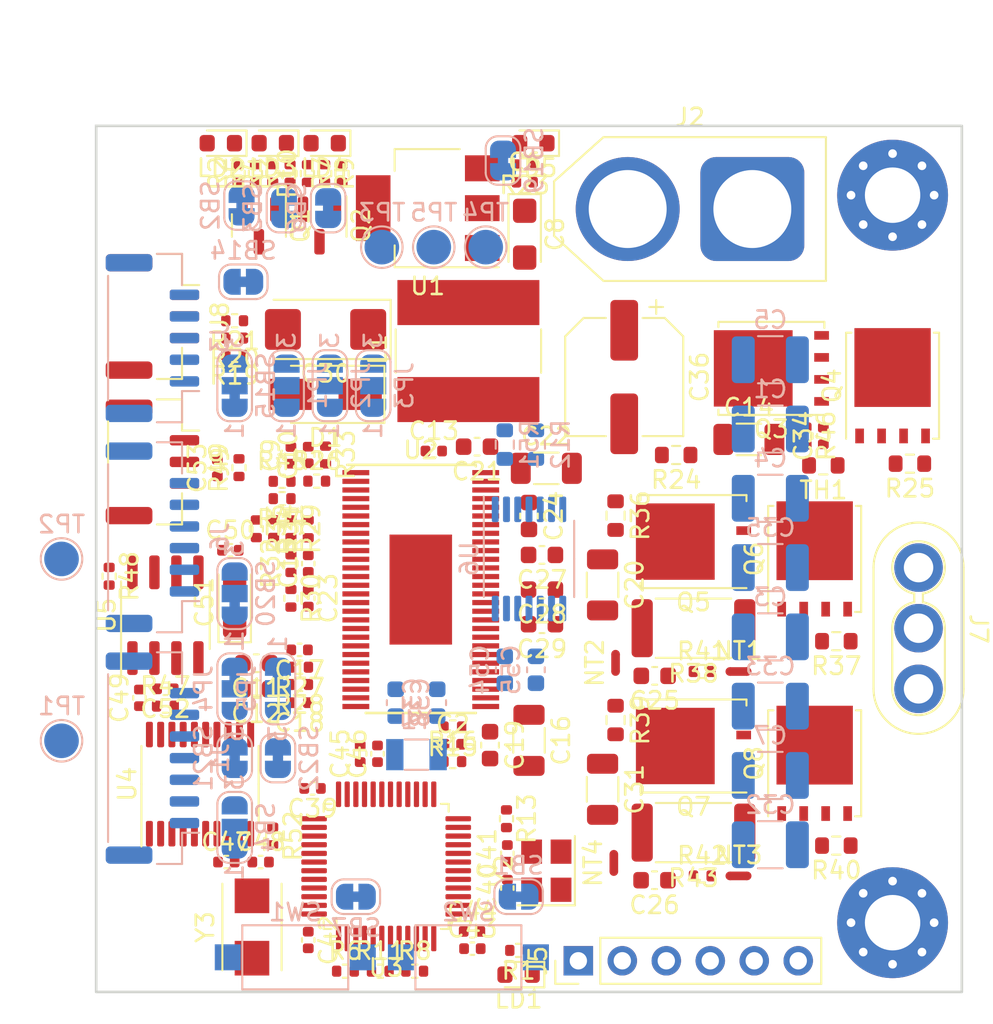
<source format=kicad_pcb>
(kicad_pcb (version 20211014) (generator pcbnew)
  (title_block (title "MoCo-S"))
  (layers (0 "F.Cu" signal) (1 "In1.Cu" signal) (2 "In2.Cu" signal) (31 "B.Cu" signal) (34 "B.Paste" user) (35 "F.Paste" user) (36 "B.SilkS" user "B.Silkscreen") (37 "F.SilkS" user "F.Silkscreen") (38 "B.Mask" user) (39 "F.Mask" user) (44 "Edge.Cuts" user))
  (net 0 "")
  (net 1 "GND")
  (net 2 "/MCU/Vdrive_SENSE")
  (net 3 "Net-(C9-Pad1)")
  (net 4 "+5V")
  (net 5 "VCC")
  (net 6 "Net-(C10-Pad1)")
  (net 7 "/MCU/CURR_SENSE_1")
  (net 8 "/MCU/CURR_SENSE_2")
  (net 9 "Net-(C13-Pad2)")
  (net 10 "Vdrive")
  (net 11 "Net-(C17-Pad1)")
  (net 12 "Net-(C23-Pad1)")
  (net 13 "GATE_VDD")
  (net 14 "Net-(C18-Pad1)")
  (net 15 "Net-(C24-Pad1)")
  (net 16 "Net-(C25-Pad1)")
  (net 17 "Net-(C23-Pad2)")
  (net 18 "Net-(C24-Pad2)")
  (net 19 "/Motor Driver/MOTOR_A")
  (net 20 "Net-(C26-Pad1)")
  (net 21 "/Motor Driver/MOTOR_B")
  (net 22 "Net-(C28-Pad2)")
  (net 23 "/Motor Driver/MOTOR_C")
  (net 24 "Net-(C29-Pad2)")
  (net 25 "Net-(C27-Pad2)")
  (net 26 "/MCU/TEMP_SENSE")
  (net 27 "Net-(C37-Pad2)")
  (net 28 "Net-(C38-Pad1)")
  (net 29 "Net-(C40-Pad2)")
  (net 30 "/MCU_~{RESET}")
  (net 31 "Net-(C41-Pad1)")
  (net 32 "Net-(C47-Pad2)")
  (net 33 "/CAN BUS/CAN_H")
  (net 34 "/CAN BUS/CAN_L")
  (net 35 "Net-(C48-Pad1)")
  (net 36 "/I2C_SCL")
  (net 37 "/I2C_SDA")
  (net 38 "Net-(J3-Pad1)")
  (net 39 "/Ext_ENC_A")
  (net 40 "/Ext_ENC_B")
  (net 41 "/ENC_A")
  (net 42 "/ENC_B")
  (net 43 "/Ext_ENC_I")
  (net 44 "/SWDIO")
  (net 45 "/SWCLK")
  (net 46 "Net-(J6-Pad1)")
  (net 47 "/SPI_CLK")
  (net 48 "/SPI_MOSI")
  (net 49 "/SPI_MISO")
  (net 50 "/GPIO_PB14")
  (net 51 "/OnBoard_ENC_A")
  (net 52 "/OnBoard_ENC_B")
  (net 53 "/OnBoard_ENC_I")
  (net 54 "/ENC_I")
  (net 55 "/CAN BUS/MCP_TX")
  (net 56 "/CAN BUS/CAN_TX_TRN")
  (net 57 "Net-(LD1-Pad2)")
  (net 58 "Net-(LD2-Pad2)")
  (net 59 "Net-(LD3-Pad2)")
  (net 60 "Net-(LD4-Pad2)")
  (net 61 "Net-(LD5-Pad2)")
  (net 62 "/CAN BUS/CNA_TX")
  (net 63 "/CAN BUS/MCP_RX")
  (net 64 "Net-(Q1-Pad1)")
  (net 65 "Net-(Q1-Pad3)")
  (net 66 "Net-(Q2-Pad1)")
  (net 67 "Net-(Q2-Pad3)")
  (net 68 "Net-(Q3-Pad4)")
  (net 69 "Net-(Q4-Pad4)")
  (net 70 "Net-(Q5-Pad4)")
  (net 71 "/Motor Driver/SL_B")
  (net 72 "Net-(Q6-Pad4)")
  (net 73 "Net-(Q7-Pad4)")
  (net 74 "/Motor Driver/SL_C")
  (net 75 "Net-(Q8-Pad4)")
  (net 76 "/CAN BUS/CAN_RX_TRN")
  (net 77 "/CAN BUS/CNA_RX")
  (net 78 "Net-(R1-Pad1)")
  (net 79 "Net-(R2-Pad1)")
  (net 80 "/MCU_BOOT0")
  (net 81 "Net-(LD5-Pad1)")
  (net 82 "/USART_TX")
  (net 83 "Net-(Q1-Pad2)")
  (net 84 "Net-(Q2-Pad2)")
  (net 85 "/USART_RX")
  (net 86 "/GPIO_PB0")
  (net 87 "/GPIO_PB1")
  (net 88 "Net-(R19-Pad1)")
  (net 89 "/GPIO_PB2")
  (net 90 "Net-(R27-Pad1)")
  (net 91 "Net-(R28-Pad1)")
  (net 92 "/Motor Driver/GH_A")
  (net 93 "/Motor Driver/GL_A")
  (net 94 "Net-(R32-Pad2)")
  (net 95 "/~{FAULT}")
  (net 96 "/EN_GATE")
  (net 97 "/~{OCTW}")
  (net 98 "Net-(R33-Pad2)")
  (net 99 "Net-(R34-Pad2)")
  (net 100 "Net-(R47-Pad2)")
  (net 101 "Net-(R48-Pad1)")
  (net 102 "/Motor Driver/PWRGD")
  (net 103 "/Motor Driver/GH_B")
  (net 104 "/Motor Driver/GL_B")
  (net 105 "/Motor Driver/GH_C")
  (net 106 "/Motor Driver/GL_C")
  (net 107 "/Motor Driver/V_SENSE")
  (net 108 "Net-(SB21-Pad2)")
  (net 109 "Net-(SB22-Pad1)")
  (net 110 "/GPIO_PB13")
  (net 111 "/MCU/PWM_AH")
  (net 112 "/MCU/PWM_AL")
  (net 113 "/MCU/PWM_BH")
  (net 114 "/MCU/PWM_BL")
  (net 115 "/MCU/PWM_CH")
  (net 116 "/MCU/PWM_CL")
  (net 125 "/Rotary Position Sensor/W{slash}PWM")
  (net 126 "/Rotary Position Sensor/V")
  (net 127 "/Rotary Position Sensor/U")
  (net 129 "/Motor Driver/SP1")
  (net 130 "/Motor Driver/SP2")
  (net 131 "/Motor Driver/SN1")
  (net 132 "/Motor Driver/SN2")
  (net 133 "Net-(J1-Pad1)")
  (net 134 "Net-(R11-Pad1)")
  (footprint "Capacitor_SMD:C_0402_1005Metric" (layer "F.Cu") (at 111.75 80.249999 180)
    (fp_text reference "C17")
    (fp_text value "1uF")
  )
  (footprint "Resistor_SMD:R_0402_1005Metric" (layer "F.Cu") (at 112.74 70.509999)
    (fp_text reference "R26")
    (fp_text value "47k")
  )
  (footprint "Crystal:Crystal_SMD_Qantek_QC5CB-2Pin_5x3.2mm" (layer "F.Cu") (at 109 96.25 90)
    (fp_text reference "Y3")
    (fp_text value "8MHz")
  )
  (footprint "Resistor_SMD:R_0603_1608Metric" (layer "F.Cu") (at 147 69.5 180)
    (fp_text reference "R25")
    (fp_text value "2.2R")
  )
  (footprint "Resistor_SMD:R_0402_1005Metric" (layer "F.Cu") (at 111.75 82.249999 180)
    (fp_text reference "R28")
    (fp_text value "22R")
  )
  (footprint "Capacitor_SMD:C_0402_1005Metric" (layer "F.Cu") (at 112.25 97 -90)
    (fp_text reference "C42")
    (fp_text value "100nF")
  )
  (footprint "Capacitor_SMD:C_0603_1608Metric" (layer "F.Cu") (at 122.75 85.749999 -90)
    (fp_text reference "C19")
    (fp_text value "100nF/50V")
  )
  (footprint "Capacitor_SMD:C_0402_1005Metric" (layer "F.Cu") (at 112.25 77.269999 -90)
    (fp_text reference "C23")
    (fp_text value "22nF")
  )
  (footprint "Capacitor_SMD:C_0402_1005Metric" (layer "F.Cu") (at 112.25 75.269999 90)
    (fp_text reference "C15")
    (fp_text value "2.2uF")
  )
  (footprint "Resistor_SMD:R_0402_1005Metric" (layer "F.Cu") (at 112.2 52.75 90)
    (fp_text reference "R10")
    (fp_text value "330R")
  )
  (footprint "Resistor_SMD:R_0402_1005Metric" (layer "F.Cu") (at 111.75 81.249999 180)
    (fp_text reference "R27")
    (fp_text value "22R")
  )
  (footprint "Capacitor_SMD:C_0402_1005Metric" (layer "F.Cu") (at 115.25 86.25 90)
    (fp_text reference "C45")
    (fp_text value "100nF")
  )
  (footprint "Resistor_SMD:R_2512_6332Metric" (layer "F.Cu") (at 134.5 79 180)
    (fp_text reference "R38")
    (fp_text value "0.5mΩ")
  )
  (footprint "Resistor_SMD:R_0603_1608Metric" (layer "F.Cu") (at 130 84.3 -90)
    (fp_text reference "R39")
    (fp_text value "2.2R")
  )
  (footprint "Resistor_SMD:R_0402_1005Metric" (layer "F.Cu") (at 104 83.5)
    (fp_text reference "R47")
    (fp_text value "10k")
  )
  (footprint "Capacitor_SMD:C_0402_1005Metric" (layer "F.Cu") (at 109.5 92.5)
    (fp_text reference "C48")
    (fp_text value "12pF")
  )
  (footprint "Package_TO_SOT_SMD:SOT-23" (layer "F.Cu") (at 109.4 55.75 -90)
    (fp_text reference "Q1")
    (fp_text value "AO3413")
  )
  (footprint "MountingHole:MountingHole_3.2mm_M3_Pad_Via" (layer "F.Cu") (at 146 53.999999)
    (fp_text reference "H1" hide)
    (fp_text value "MountingHole_Pad" hide)
  )
  (footprint "Connector_PinHeader_2.54mm:PinHeader_1x06_P2.54mm_Vertical" (layer "F.Cu") (at 127.85 98.2 90)
    (fp_text reference "J5")
    (fp_text value "Debug")
  )
  (footprint "Resistor_SMD:R_0402_1005Metric" (layer "F.Cu") (at 135 81.5)
    (fp_text reference "R41")
    (fp_text value "120R")
  )
  (footprint "Capacitor_SMD:C_0402_1005Metric" (layer "F.Cu") (at 123.75 92 90)
    (fp_text reference "C41")
    (fp_text value "12pF")
  )
  (footprint "Resistor_SMD:R_0603_1608Metric" (layer "F.Cu") (at 142.75 91.55 180)
    (fp_text reference "R40")
    (fp_text value "2.2R")
  )
  (footprint "Package_SO:SOIC-8_3.9x4.9mm_P1.27mm" (layer "F.Cu") (at 104 78.25 90)
    (fp_text reference "U5")
    (fp_text value "TJA1051T-3")
  )
  (footprint "Resistor_SMD:R_0402_1005Metric" (layer "F.Cu") (at 113.25 68.999999 -90)
    (fp_text reference "R33")
    (fp_text value "220k 1%")
  )
  (footprint "Capacitor_SMD:C_0402_1005Metric" (layer "F.Cu") (at 111.75 83.3 180)
    (fp_text reference "C18")
    (fp_text value "1uF")
  )
  (footprint "Resistor_SMD:R_0603_1608Metric" (layer "F.Cu") (at 133.5 69 180)
    (fp_text reference "R24")
    (fp_text value "2.2R")
  )
  (footprint "Capacitor_SMD:C_0603_1608Metric" (layer "F.Cu") (at 125 72.519999 -90)
    (fp_text reference "C24")
    (fp_text value "100nF/50V")
  )
  (footprint "LED_SMD:LED_0603_1608Metric" (layer "F.Cu") (at 113.2 51 180)
    (fp_text reference "LD4")
    (fp_text value "LED")
  )
  (footprint "LED_SMD:LED_0603_1608Metric" (layer "F.Cu") (at 125.25 51 180)
    (fp_text reference "LD5")
    (fp_text value "LED")
  )
  (footprint "Package_TO_SOT_SMD:TDSON-8-1" (layer "F.Cu") (at 134.5 74 180)
    (fp_text reference "Q5")
    (fp_text value "CSD18540Q5B")
  )
  (footprint "Capacitor_SMD:C_0603_1608Metric" (layer "F.Cu") (at 132.25 93.55 180)
    (fp_text reference "C26")
    (fp_text value "2.2nF")
  )
  (footprint "Capacitor_SMD:C_0402_1005Metric" (layer "F.Cu") (at 142 67.9 90)
    (fp_text reference "C34")
    (fp_text value "2.2uF")
  )
  (footprint "Package_SO:HTSSOP-56-1EP_6.1x14mm_P0.5mm_EP3.61x6.35mm" (layer "F.Cu") (at 118.75 76.769999)
    (fp_text reference "U2")
    (fp_text value "DRV8301")
  )
  (footprint "Resistor_SMD:R_0402_1005Metric" (layer "F.Cu") (at 110.2 52.75 90)
    (fp_text reference "R4")
    (fp_text value "10k")
  )
  (footprint "Diode_SMD:D_SMA" (layer "F.Cu") (at 113.25 65.499999 180)
    (fp_text reference "D1")
    (fp_text value "SS34")
  )
  (footprint "Capacitor_SMD:C_0402_1005Metric" (layer "F.Cu") (at 112.5 88.25 180)
    (fp_text reference "C39")
    (fp_text value "100nF")
  )
  (footprint "Capacitor_SMD:C_0402_1005Metric" (layer "F.Cu") (at 121.71 96.5)
    (fp_text reference "C44")
    (fp_text value "100nF")
  )
  (footprint "Resistor_SMD:R_0402_1005Metric" (layer "F.Cu") (at 110.74 71.519999 180)
    (fp_text reference "R44")
    (fp_text value "18k")
  )
  (footprint "Resistor_SMD:R_0402_1005Metric" (layer "F.Cu") (at 116.41 98.8)
    (fp_text reference "R11")
    (fp_text value "4.7k")
  )
  (footprint "Capacitor_SMD:C_0402_1005Metric" (layer "F.Cu") (at 104 82.5 180)
    (fp_text reference "C52")
    (fp_text value "100nF")
  )
  (footprint "Capacitor_SMD:C_1206_3216Metric" (layer "F.Cu") (at 125 85.474999 -90)
    (fp_text reference "C16")
    (fp_text value "4.7uF/50V")
  )
  (footprint "Capacitor_SMD:C_0402_1005Metric" (layer "F.Cu") (at 123.75 94 90)
    (fp_text reference "C40")
    (fp_text value "12pF")
  )
  (footprint "Resistor_SMD:R_0402_1005Metric" (layer "F.Cu") (at 111.25 73.259999 -90)
    (fp_text reference "R29")
    (fp_text value "10k")
  )
  (footprint "Package_TO_SOT_SMD:TDSON-8-1" (layer "F.Cu") (at 146 65 90)
    (fp_text reference "Q4")
    (fp_text value "CSD18540Q5B")
  )
  (footprint "Package_TO_SOT_SMD:SOT-23" (layer "F.Cu") (at 112.9 55.75 -90)
    (fp_text reference "Q2")
    (fp_text value "AO3413")
  )
  (footprint "Package_TO_SOT_SMD:TDSON-8-1" (layer "F.Cu") (at 139 64 180)
    (fp_text reference "Q3")
    (fp_text value "CSD18540Q5B")
  )
  (footprint "Resistor_SMD:R_0402_1005Metric" (layer "F.Cu") (at 113.2 52.75 -90)
    (fp_text reference "R9")
    (fp_text value "10k")
  )
  (footprint "Resistor_SMD:R_0402_1005Metric" (layer "F.Cu") (at 108 61.25 180)
    (fp_text reference "R21")
    (fp_text value "3.3k")
  )
  (footprint "NetTie:NetTie-2_SMD_Pad0.5mm" (layer "F.Cu") (at 130 81 90)
    (fp_text reference "NT2")
    (fp_text value "NetTie_2")
  )
  (footprint "Capacitor_Tantalum_SMD:CP_EIA-6032-28_Kemet-C" (layer "F.Cu") (at 113.25 61.749999 180)
    (fp_text reference "C30")
    (fp_text value "68uF")
  )
  (footprint "LED_SMD:LED_0603_1608Metric" (layer "F.Cu") (at 124.4 99 180)
    (fp_text reference "LD1")
    (fp_text value "LED")
  )
  (footprint "Resistor_SMD:R_0603_1608Metric" (layer "F.Cu") (at 142.75 79.75 180)
    (fp_text reference "R37")
    (fp_text value "2.2R")
  )
  (footprint "Resistor_SMD:R_0402_1005Metric" (layer "F.Cu") (at 124.4 97.6 180)
    (fp_text reference "R1")
    (fp_text value "1k")
  )
  (footprint "Capacitor_SMD:C_0603_1608Metric" (layer "F.Cu") (at 125.75 74.769999 180)
    (fp_text reference "C27")
    (fp_text value "100nF/50V")
  )
  (footprint "Package_TO_SOT_SMD:TDSON-8-1" (layer "F.Cu") (at 134.5 85.8 180)
    (fp_text reference "Q7")
    (fp_text value "CSD18540Q5B")
  )
  (footprint "Resistor_SMD:R_0402_1005Metric" (layer "F.Cu") (at 110.2 91 -90)
    (fp_text reference "R52")
    (fp_text value "10k")
  )
  (footprint "moco:AMASS MR30PB-F" (layer "F.Cu") (at 147.5 79 -90)
    (fp_text reference "J7")
    (fp_text value "Conn_01x03")
  )
  (footprint "Resistor_SMD:R_0603_1608Metric" (layer "F.Cu") (at 142 69.6 180)
    (fp_text reference "TH1")
    (fp_text value "NCP18XH103F03RB")
  )
  (footprint "NetTie:NetTie-2_SMD_Pad0.5mm" (layer "F.Cu") (at 137.1 81.5)
    (fp_text reference "NT1")
    (fp_text value "NetTie_2")
  )
  (footprint "Capacitor_SMD:C_0402_1005Metric" (layer "F.Cu") (at 102.5 83.02 90)
    (fp_text reference "C49")
    (fp_text value "100nF")
  )
  (footprint "Capacitor_SMD:C_0603_1608Metric" (layer "F.Cu") (at 125.75 76.769999 180)
    (fp_text reference "C28")
    (fp_text value "100nF/50V")
  )
  (footprint "Connector_JST:JST_GH_SM03B-GHS-TB_1x03-1MP_P1.25mm_Horizontal" (layer "F.Cu") (at 103.25 61 -90)
    (fp_text reference "J8")
    (fp_text value "Conn_02x02_Top_Bottom")
  )
  (footprint "Connector_JST:JST_GH_SM03B-GHS-TB_1x03-1MP_P1.25mm_Horizontal" (layer "F.Cu") (at 103.25 69.4 -90)
    (fp_text reference "J9")
    (fp_text value "Conn_02x02_Top_Bottom")
  )
  (footprint "Resistor_SMD:R_0402_1005Metric" (layer "F.Cu") (at 108 62.25 180)
    (fp_text reference "R20")
    (fp_text value "3.3k")
  )
  (footprint "Package_TO_SOT_SMD:TDSON-8-1" (layer "F.Cu") (at 141.5 75 90)
    (fp_text reference "Q6")
    (fp_text value "CSD18540Q5B")
  )
  (footprint "Resistor_SMD:R_0402_1005Metric" (layer "F.Cu") (at 114.4 98.8)
    (fp_text reference "R6")
    (fp_text value "4.7k")
  )
  (footprint "Resistor_SMD:R_0402_1005Metric" (layer "F.Cu") (at 141 67.9 -90)
    (fp_text reference "R46")
    (fp_text value "10k")
  )
  (footprint "Package_TO_SOT_SMD:TDSON-8-1" (layer "F.Cu") (at 141.5 86.8 90)
    (fp_text reference "Q8")
    (fp_text value "CSD18540Q5B")
  )
  (footprint "Capacitor_SMD:C_0402_1005Metric" (layer "F.Cu") (at 124.75 53.25)
    (fp_text reference "C6")
    (fp_text value "10uF")
  )
  (footprint "Capacitor_SMD:C_0603_1608Metric" (layer "F.Cu") (at 109.25 82.519999 180)
    (fp_text reference "C12")
    (fp_text value "2.2nF")
  )
  (footprint "Capacitor_SMD:CP_Elec_6.3x7.7" (layer "F.Cu") (at 130.5 64.5 -90)
    (fp_text reference "C36")
    (fp_text value "47uF/50V")
  )
  (footprint "Resistor_SMD:R_0402_1005Metric" (layer "F.Cu") (at 123.7 90 -90)
    (fp_text reference "R13")
    (fp_text value "10k")
  )
  (footprint "Resistor_SMD:R_0402_1005Metric" (layer "F.Cu") (at 120.6 86.7)
    (fp_text reference "R16")
    (fp_text value "680R")
  )
  (footprint "Capacitor_Tantalum_SMD:CP_EIA-3216-18_Kemet-A" (layer "F.Cu") (at 108 77.5 90)
    (fp_text reference "C51")
    (fp_text value "10uF")
  )
  (footprint "Package_SO:TSSOP-20_4.4x6.5mm_P0.65mm" (layer "F.Cu") (at 106 88 90)
    (fp_text reference "U4")
    (fp_text value "MCP2515-xST")
  )
  (footprint "Capacitor_SMD:C_1206_3216Metric" (layer "F.Cu") (at 126 69.769999)
    (fp_text reference "C22")
    (fp_text value "4.7uF/50V")
  )
  (footprint "Capacitor_SMD:C_1206_3216Metric" (layer "F.Cu") (at 129.25 88.3 -90)
    (fp_text reference "C31")
    (fp_text value "2.2uF/100V")
  )
  (footprint "Package_QFP:LQFP-48_7x7mm_P0.5mm" (layer "F.Cu") (at 116.75 92.75 180)
    (fp_text reference "U3")
    (fp_text value "STM32G431CBT6")
  )
  (footprint "Resistor_SMD:R_0402_1005Metric" (layer "F.Cu") (at 111.25 75.269999 90)
    (fp_text reference "R32")
    (fp_text value "3.3k")
  )
  (footprint "Capacitor_SMD:C_0402_1005Metric" (layer "F.Cu") (at 107.52 92.5)
    (fp_text reference "C47")
    (fp_text value "12pF")
  )
  (footprint "MountingHole:MountingHole_3.2mm_M3_Pad_Via" (layer "F.Cu") (at 146 96)
    (fp_text reference "H2" hide)
    (fp_text value "MountingHole_Pad" hide)
  )
  (footprint "Resistor_SMD:R_2512_6332Metric" (layer "F.Cu") (at 134.5 90.8 180)
    (fp_text reference "R43")
    (fp_text value "0.5mΩ")
  )
  (footprint "Package_TO_SOT_SMD:SOT-223-3_TabPin2" (layer "F.Cu") (at 119.15 54.75 180)
    (fp_text reference "U1")
    (fp_text value "AMS1117-3.3")
  )
  (footprint "Capacitor_SMD:C_0603_1608Metric" (layer "F.Cu") (at 125.75 78.769999 180)
    (fp_text reference "C29")
    (fp_text value "100nF/50V")
  )
  (footprint "LED_SMD:LED_0603_1608Metric" (layer "F.Cu") (at 110.2 51 180)
    (fp_text reference "LD3")
    (fp_text value "LED")
  )
  (footprint "Resistor_SMD:R_0402_1005Metric" (layer "F.Cu") (at 108.25 69.730001 90)
    (fp_text reference "R49")
    (fp_text value "120R")
  )
  (footprint "Capacitor_SMD:C_0402_1005Metric" (layer "F.Cu") (at 107.75 74.5)
    (fp_text reference "C50")
    (fp_text value "100nF")
  )
  (footprint "Resistor_SMD:R_0402_1005Metric" (layer "F.Cu") (at 112.25 73.269999 90)
    (fp_text reference "R34")
    (fp_text value "18k")
  )
  (footprint "Resistor_SMD:R_0402_1005Metric" (layer "F.Cu") (at 110.74 70.519999)
    (fp_text reference "R45")
    (fp_text value "3.3k")
  )
  (footprint "MountingHole:MountingHole_3.2mm_M3_ISO14580" (layer "F.Cu") (at 104 53.999999)
    (fp_text reference "H3" hide)
    (fp_text value "MountingHole" hide)
  )
  (footprint "Capacitor_SMD:C_0603_1608Metric" (layer "F.Cu") (at 132.26 81.75 180)
    (fp_text reference "C25")
    (fp_text value "2.2nF")
  )
  (footprint "Capacitor_SMD:C_0402_1005Metric" (layer "F.Cu") (at 120.6 85.7)
    (fp_text reference "C2")
    (fp_text value "270pF")
  )
  (footprint "Resistor_SMD:R_0402_1005Metric" (layer "F.Cu") (at 135.01 93.3)
    (fp_text reference "R42")
    (fp_text value "120R")
  )
  (footprint "NetTie:NetTie-2_SMD_Pad0.5mm" (layer "F.Cu") (at 129.9 92.55 90)
    (fp_text reference "NT4")
    (fp_text value "NetTie_2")
  )
  (footprint "Resistor_SMD:R_0402_1005Metric" (layer "F.Cu") (at 110.25 73.249999 -90)
    (fp_text reference "R31")
    (fp_text value "10k")
  )
  (footprint "Resistor_SMD:R_0402_1005Metric" (layer "F.Cu") (at 108 63.25 180)
    (fp_text reference "R19")
    (fp_text value "3.3k")
  )
  (footprint "Capacitor_Tantalum_SMD:CP_EIA-3216-18_Kemet-A" (layer "F.Cu") (at 124.75 56.25 -90)
    (fp_text reference "C8")
    (fp_text value "10uF")
  )
  (footprint "Resistor_SMD:R_0402_1005Metric" (layer "F.Cu") (at 114.2 52.75 90)
    (fp_text reference "R7")
    (fp_text value "150R")
  )
  (footprint "Capacitor_SMD:C_0402_1005Metric" (layer "F.Cu") (at 119.5 68.769999)
    (fp_text reference "C13")
    (fp_text value "15nF")
  )
  (footprint "Resistor_SMD:R_0402_1005Metric" (layer "F.Cu") (at 108.2 52.75 90)
    (fp_text reference "R2")
    (fp_text value "1k")
  )
  (footprint "Resistor_SMD:R_0402_1005Metric" (layer "F.Cu") (at 124.75 52.25 180)
    (fp_text reference "R23")
    (fp_text value "1k")
  )
  (footprint "Resistor_SMD:R_0402_1005Metric" (layer "F.Cu") (at 111.25 77.269999 -90)
    (fp_text reference "R30")
    (fp_text value "1k")
  )
  (footprint "Resistor_SMD:R_0402_1005Metric" (layer "F.Cu") (at 109.2 52.75 90)
    (fp_text reference "R5")
    (fp_text value "330R")
  )
  (footprint "Resistor_SMD:R_0603_1608Metric" (layer "F.Cu") (at 130 72.5 -90)
    (fp_text reference "R36")
    (fp_text value "2.2R")
  )
  (footprint "Resistor_SMD:R_0402_1005Metric" (layer "F.Cu") (at 100.75 76 -90)
    (fp_text reference "R48")
    (fp_text value "10k")
  )
  (footprint "Capacitor_SMD:C_0402_1005Metric" (layer "F.Cu") (at 107 69.75 90)
    (fp_text reference "C53")
    (fp_text value "100pF")
  )
  (footprint "MountingHole:MountingHole_3.2mm_M3_ISO14580" (layer "F.Cu") (at 104 96)
    (fp_text reference "H4" hide)
    (fp_text value "MountingHole" hide)
  )
  (footprint "Resistor_SMD:R_0402_1005Metric" (layer "F.Cu") (at 118.4 98.8)
    (fp_text reference "R8")
    (fp_text value "10k")
  )
  (footprint "Resistor_SMD:R_0402_1005Metric" (layer "F.Cu") (at 109.25 73.259999 -90)
    (fp_text reference "R35")
    (fp_text value "10k")
  )
  (footprint "Capacitor_SMD:C_0402_1005Metric" (layer "F.Cu") (at 116.25 86.25 90)
    (fp_text reference "C46")
    (fp_text value "1uF/25V")
  )
  (footprint "Capacitor_SMD:C_1206_3216Metric" (layer "F.Cu") (at 129.25 76.5 -90)
    (fp_text reference "C20")
    (fp_text value "2.2uF/100V")
  )
  (footprint "Resistor_SMD:R_0402_1005Metric" (layer "F.Cu") (at 111.2 52.75 90)
    (fp_text reference "R3")
    (fp_text value "150R")
  )
  (footprint "Crystal:Crystal_SMD_3225-4Pin_3.2x2.5mm" (layer "F.Cu") (at 126 93 90)
    (fp_text reference "Y2")
    (fp_text value "8MHz")
  )
  (footprint "Capacitor_SMD:C_0402_1005Metric" (layer "F.Cu") (at 111.25 69.019999 90)
    (fp_text reference "C9")
    (fp_text value "270pF")
  )
  (footprint "Capacitor_SMD:C_0603_1608Metric" (layer "F.Cu") (at 122 68.519999 180)
    (fp_text reference "C21")
    (fp_text value "100nF/50V")
  )
  (footprint "Capacitor_SMD:C_0603_1608Metric" (layer "F.Cu") (at 109.25 81.019999 180)
    (fp_text reference "C11")
    (fp_text value "2.2nF")
  )
  (footprint "Capacitor_SMD:C_0402_1005Metric" (layer "F.Cu") (at 121.73 97.5)
    (fp_text reference "C43")
    (fp_text value "100nF")
  )
  (footprint "Inductor_SMD:L_Bourns-SRN8040_8x8.15mm" (layer "F.Cu") (at 121.5 62.999999 90)
    (fp_text reference "L1")
    (fp_text value "22uH/1.5A")
  )
  (footprint "Capacitor_SMD:C_1206_3216Metric" (layer "F.Cu") (at 137.7 68.1)
    (fp_text reference "C14")
    (fp_text value "2.2uF/100V")
  )
  (footprint "Capacitor_SMD:C_0402_1005Metric" (layer "F.Cu") (at 112.25 68.999999 90)
    (fp_text reference "C10")
    (fp_text value "82pF")
  )
  (footprint "NetTie:NetTie-2_SMD_Pad0.5mm" (layer "F.Cu") (at 137.1 93.3)
    (fp_text reference "NT3")
    (fp_text value "NetTie_2")
  )
  (footprint "Resistor_SMD:R_0402_1005Metric" (layer "F.Cu") (at 120.6 84.7 180)
    (fp_text reference "R15")
    (fp_text value "10k")
  )
  (footprint "LED_SMD:LED_0603_1608Metric" (layer "F.Cu") (at 107.2 51 180)
    (fp_text reference "LD2")
    (fp_text value "LED")
  )
  (footprint "Connector_AMASS:AMASS_XT60-M_1x02_P7.20mm_Vertical" (layer "F.Cu") (at 130.7 54.799999)
    (fp_text reference "J2")
    (fp_text value "Conn_01x02")
  )
  (footprint "TestPoint:TestPoint_Pad_D2.0mm" (layer "B.Cu") (at 98 85.5 180)
    (fp_text reference "TP1")
    (fp_text value "TestPoint")
  )
  (footprint "Capacitor_SMD:C_0603_1608Metric" (layer "B.Cu") (at 119.7 83.3 -90)
    (fp_text reference "C37")
    (fp_text value "12pF")
  )
  (footprint "Button_Switch_SMD:SW_SPST_CK_RS282G05A3" (layer "B.Cu") (at 121.5 98 180)
    (fp_text reference "SW2")
    (fp_text value "SW_Push")
  )
  (footprint "Jumper:SolderJumper-3_P1.3mm_Open_RoundedPad1.0x1.5mm_NumberLabels" (layer "B.Cu") (at 116 65 90)
    (fp_text reference "JP3")
    (fp_text value "Jumper_3_Bridged12")
  )
  (footprint "TestPoint:TestPoint_Pad_D2.0mm" (layer "B.Cu") (at 116.5 57 180)
    (fp_text reference "TP3")
    (fp_text value "TestPoint")
  )
  (footprint "Jumper:SolderJumper-3_P1.3mm_Bridged12_RoundedPad1.0x1.5mm_NumberLabels" (layer "B.Cu") (at 108 65 90)
    (fp_text reference "SB15")
    (fp_text value "SolderJumper_3_Bridged12")
  )
  (footprint "Package_SO:TSSOP-14_4.4x5mm_P0.65mm" (layer "B.Cu") (at 125 75 -90)
    (fp_text reference "U6")
    (fp_text value "AS5147")
  )
  (footprint "Capacitor_SMD:C_0603_1608Metric" (layer "B.Cu") (at 125.4 81.4 -90)
    (fp_text reference "C55")
    (fp_text value "100nF")
  )
  (footprint "Crystal:Crystal_SMD_3215-2Pin_3.2x1.5mm" (layer "B.Cu") (at 118.5 86.3 180)
    (fp_text reference "Y1")
    (fp_text value "32.768kHz")
  )
  (footprint "Jumper:SolderJumper-2_P1.3mm_Bridged_RoundedPad1.0x1.5mm" (layer "B.Cu") (at 113.4 54.75 -90)
    (fp_text reference "SB6")
    (fp_text value "SolderJumper_2_Bridged")
  )
  (footprint "Button_Switch_SMD:SW_SPST_CK_RS282G05A3" (layer "B.Cu") (at 111.5 98 180)
    (fp_text reference "SW1")
    (fp_text value "SW_Push")
  )
  (footprint "Jumper:SolderJumper-2_P1.3mm_Bridged_RoundedPad1.0x1.5mm" (layer "B.Cu") (at 115 94.5)
    (fp_text reference "SB7")
    (fp_text value "SolderJumper_2_Bridged")
  )
  (footprint "Jumper:SolderJumper-2_P1.3mm_Bridged_RoundedPad1.0x1.5mm" (layer "B.Cu") (at 123.5 52 90)
    (fp_text reference "SB19")
    (fp_text value "SolderJumper_2_Bridged")
  )
  (footprint "Capacitor_SMD:C_1210_3225Metric_Pad1.33x2.70mm_HandSolder" (layer "B.Cu") (at 138.9375 87.5 180)
    (fp_text reference "C7")
    (fp_text value "22uF/50V")
  )
  (footprint "Capacitor_SMD:C_1210_3225Metric_Pad1.33x2.70mm_HandSolder" (layer "B.Cu") (at 138.9375 71.5 180)
    (fp_text reference "C4")
    (fp_text value "22uF/50V")
  )
  (footprint "Jumper:SolderJumper-3_P1.3mm_Bridged12_RoundedPad1.0x1.5mm_NumberLabels" (layer "B.Cu") (at 108 90.5 90)
    (fp_text reference "SB4")
    (fp_text value "SolderJumper_3_Bridged12")
  )
  (footprint "TestPoint:TestPoint_Pad_D2.0mm" (layer "B.Cu") (at 119.5 57 180)
    (fp_text reference "TP5")
    (fp_text value "TestPoint")
  )
  (footprint "TestPoint:TestPoint_Pad_D2.0mm" (layer "B.Cu") (at 122.5 57 180)
    (fp_text reference "TP4")
    (fp_text value "TestPoint")
  )
  (footprint "Jumper:SolderJumper-2_P1.3mm_Bridged_RoundedPad1.0x1.5mm" (layer "B.Cu") (at 108.4 54.6 -90)
    (fp_text reference "SB2")
    (fp_text value "SolderJumper_2_Bridged")
  )
  (footprint "Jumper:SolderJumper-3_P1.3mm_Bridged12_RoundedPad1.0x1.5mm_NumberLabels" (layer "B.Cu") (at 108 77 90)
    (fp_text reference "SB20")
    (fp_text value "SolderJumper_3_Bridged12")
  )
  (footprint "Resistor_SMD:R_0603_1608Metric" (layer "B.Cu") (at 123.6 68.4 90)
    (fp_text reference "R51")
    (fp_text value "10k")
  )
  (footprint "Connector_JST:JST_GH_SM05B-GHS-TB_1x05-1MP_P1.25mm_Horizontal" (layer "B.Cu") (at 103.25 62.25 90)
    (fp_text reference "J3")
    (fp_text value "Conn_01x05")
  )
  (footprint "Jumper:SolderJumper-2_P1.3mm_Bridged_RoundedPad1.0x1.5mm" (layer "B.Cu") (at 108 86.5 -90)
    (fp_text reference "SB21")
    (fp_text value "SolderJumper_2_Bridged")
  )
  (footprint "Jumper:SolderJumper-2_P1.3mm_Bridged_RoundedPad1.0x1.5mm" (layer "B.Cu") (at 110.5 86.5 90)
    (fp_text reference "SB22")
    (fp_text value "SolderJumper_2_Bridged")
  )
  (footprint "Capacitor_SMD:C_0603_1608Metric" (layer "B.Cu") (at 123.6 81.4 -90)
    (fp_text reference "C54")
    (fp_text value "1uF")
  )
  (footprint "Jumper:SolderJumper-2_P1.3mm_Bridged_RoundedPad1.0x1.5mm" (layer "B.Cu") (at 110.85 54.75 -90)
    (fp_text reference "SB3")
    (fp_text value "SolderJumper_2_Bridged")
  )
  (footprint "Jumper:SolderJumper-3_P1.3mm_Open_RoundedPad1.0x1.5mm_NumberLabels" (layer "B.Cu") (at 111 65 90)
    (fp_text reference "JP1")
    (fp_text value "Jumper_3_Bridged12")
  )
  (footprint "Capacitor_SMD:C_1210_3225Metric_Pad1.33x2.70mm_HandSolder" (layer "B.Cu") (at 138.9375 67.5 180)
    (fp_text reference "C1")
    (fp_text value "22uF/50V")
  )
  (footprint "Connector_JST:JST_GH_SM07B-GHS-TB_1x07-1MP_P1.25mm_Horizontal" (layer "B.Cu") (at 103.25 86.5 90)
    (fp_text reference "J1")
    (fp_text value "Conn_01x07")
  )
  (footprint "Jumper:SolderJumper-3_P1.3mm_Bridged12_RoundedPad1.0x1.5mm_NumberLabels" (layer "B.Cu") (at 110.5 82.5 -90)
    (fp_text reference "JP5")
    (fp_text value "SolderJumper_3_Bridged12")
  )
  (footprint "Jumper:SolderJumper-3_P1.3mm_Open_RoundedPad1.0x1.5mm_NumberLabels" (layer "B.Cu") (at 113.5 65 90)
    (fp_text reference "JP2")
    (fp_text value "Jumper_3_Bridged12")
  )
  (footprint "Jumper:SolderJumper-3_P1.3mm_Bridged12_RoundedPad1.0x1.5mm_NumberLabels" (layer "B.Cu") (at 108 82.5 -90)
    (fp_text reference "JP4")
    (fp_text value "SolderJumper_3_Bridged12")
  )
  (footprint "Capacitor_SMD:C_1210_3225Metric_Pad1.33x2.70mm_HandSolder" (layer "B.Cu") (at 138.9375 91.5 180)
    (fp_text reference "C32")
    (fp_text value "22uF/50V")
  )
  (footprint "Capacitor_SMD:C_1210_3225Metric_Pad1.33x2.70mm_HandSolder" (layer "B.Cu") (at 138.9375 83.5 180)
    (fp_text reference "C33")
    (fp_text value "22uF/50V")
  )
  (footprint "Resistor_SMD:R_0603_1608Metric" (layer "B.Cu") (at 125.4 68.4 90)
    (fp_text reference "R12")
    (fp_text value "10k")
  )
  (footprint "Jumper:SolderJumper-2_P1.3mm_Bridged_RoundedPad1.0x1.5mm" (layer "B.Cu") (at 124.4 94.5 180)
    (fp_text reference "SB1")
    (fp_text value "SolderJumper_2_Bridged")
  )
  (footprint "Capacitor_SMD:C_1210_3225Metric_Pad1.33x2.70mm_HandSolder" (layer "B.Cu") (at 138.9375 75.5 180)
    (fp_text reference "C35")
    (fp_text value "22uF/50V")
  )
  (footprint "Jumper:SolderJumper-2_P1.3mm_Bridged_RoundedPad1.0x1.5mm" (layer "B.Cu") (at 108.5 59 180)
    (fp_text reference "SB14")
    (fp_text value "SolderJumper_2_Bridged")
  )
  (footprint "Connector_JST:JST_GH_SM06B-GHS-TB_1x06-1MP_P1.25mm_Horizontal" (layer "B.Cu") (at 103.25 73.75 90)
    (fp_text reference "J6")
    (fp_text value "Conn_01x06")
  )
  (footprint "Capacitor_SMD:C_1210_3225Metric_Pad1.33x2.70mm_HandSolder" (layer "B.Cu") (at 138.9375 79.5 180)
    (fp_text reference "C3")
    (fp_text value "22uF/50V")
  )
  (footprint "Capacitor_SMD:C_1210_3225Metric_Pad1.33x2.70mm_HandSolder" (layer "B.Cu") (at 138.9375 63.5 180)
    (fp_text reference "C5")
    (fp_text value "22uF/50V")
  )
  (footprint "TestPoint:TestPoint_Pad_D2.0mm" (layer "B.Cu") (at 98 75 180)
    (fp_text reference "TP2")
    (fp_text value "TestPoint")
  )
  (footprint "Capacitor_SMD:C_0603_1608Metric" (layer "B.Cu") (at 117.3 83.3 90)
    (fp_text reference "C38")
    (fp_text value "12pF")
  )
  (gr_rect locked (start 100 50) (end 150 100) (layer "Edge.Cuts") (width 0.15) (fill none))
)
</source>
